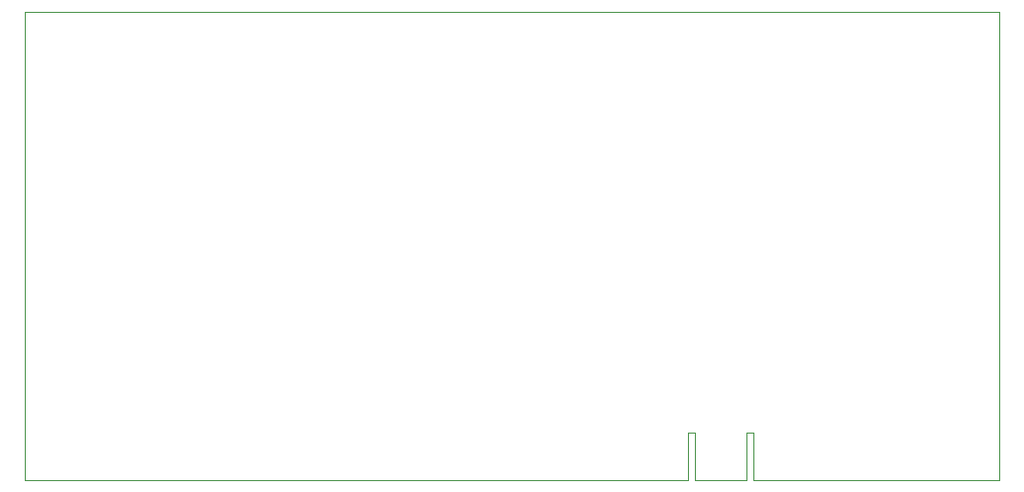
<source format=gbr>
%TF.GenerationSoftware,KiCad,Pcbnew,(5.1.8)-1*%
%TF.CreationDate,2021-08-10T17:59:01+08:00*%
%TF.ProjectId,smartdisplay,736d6172-7464-4697-9370-6c61792e6b69,rev?*%
%TF.SameCoordinates,Original*%
%TF.FileFunction,Profile,NP*%
%FSLAX46Y46*%
G04 Gerber Fmt 4.6, Leading zero omitted, Abs format (unit mm)*
G04 Created by KiCad (PCBNEW (5.1.8)-1) date 2021-08-10 17:59:01*
%MOMM*%
%LPD*%
G01*
G04 APERTURE LIST*
%TA.AperFunction,Profile*%
%ADD10C,0.100000*%
%TD*%
G04 APERTURE END LIST*
D10*
X174000000Y-100000000D02*
X174000000Y-97800000D01*
X178400000Y-100000000D02*
X174000000Y-100000000D01*
X178400000Y-97800000D02*
X178400000Y-100000000D01*
X183000000Y-60000000D02*
X155000000Y-60000000D01*
X173400000Y-100000000D02*
X116800000Y-100000000D01*
X200000000Y-100000000D02*
X179000000Y-100000000D01*
X179000000Y-96000000D02*
X179000000Y-100000000D01*
X178400000Y-96000000D02*
X179000000Y-96000000D01*
X178400000Y-97800000D02*
X178400000Y-96000000D01*
X173400000Y-96000000D02*
X173400000Y-100000000D01*
X174000000Y-96000000D02*
X173400000Y-96000000D01*
X174000000Y-97800000D02*
X174000000Y-96000000D01*
X116800000Y-100000000D02*
X116800000Y-94200000D01*
X116800000Y-60000000D02*
X116800000Y-60100000D01*
X149900000Y-60000000D02*
X116800000Y-60000000D01*
X116800000Y-65800000D02*
X116800000Y-60100000D01*
X149900000Y-60000000D02*
X151400000Y-60000000D01*
X153000000Y-60000000D02*
X151400000Y-60000000D01*
X200000000Y-60000000D02*
X183000000Y-60000000D01*
X155000000Y-60000000D02*
X153000000Y-60000000D01*
X116800000Y-94200000D02*
X116800000Y-65800000D01*
X200000000Y-100000000D02*
X200000000Y-60000000D01*
M02*

</source>
